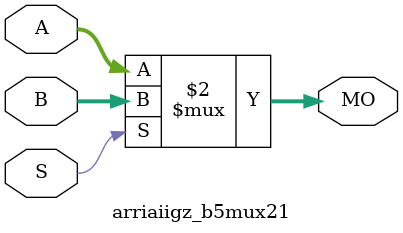
<source format=v>
module arriaiigz_b5mux21 (MO, A, B, S);
   input [4:0] A, B;
   input       S;
   output [4:0] MO; 
   assign MO = (S == 1) ? B : A; 
endmodule
</source>
